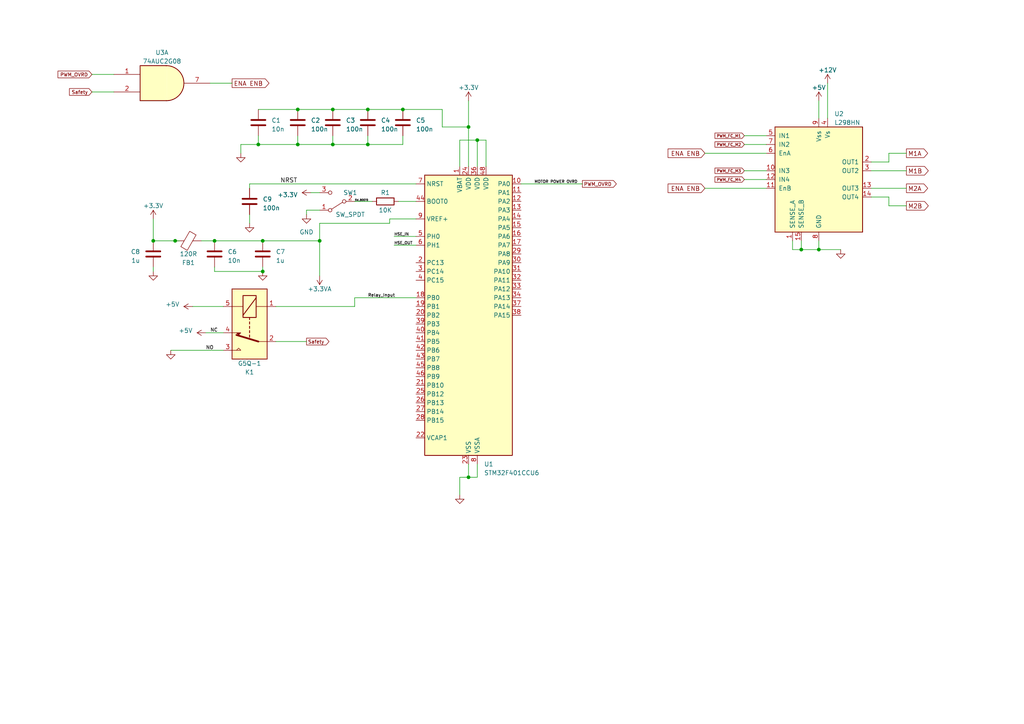
<source format=kicad_sch>
(kicad_sch (version 20230121) (generator eeschema)
  (paper "A4")
  (title_block (title "FailSafe_MC") (date "2023-03-31"))
  (lib_symbols
    (symbol "74xGxx:74AUC2G08"
      (property "Reference" "U" (at -2.54 3.81 0))
      (property "Value" "74AUC2G08" (at 0 -3.81 0))
      (symbol "74AUC2G08_1_1"
        (arc (start 0 -5.08) (mid 5.0579 0) (end 0 5.08) (stroke (width 0.254)) (fill (type background)))
        (polyline (pts (xy 0 -5.08) (xy -7.62 -5.08) (xy -7.62 5.08) (xy 0 5.08)) (stroke (width 0.254)) (fill (type background)))
        (pin input line (at -15.24 2.54 0) (length 7.62) (name "~") (number "1"))
        (pin input line (at -15.24 -2.54 0) (length 7.62) (name "~") (number "2"))
        (pin output line (at 12.7 0 180) (length 7.62) (name "~") (number "7"))
      )
      (symbol "74AUC2G08_2_1"
        (arc (start 0 -5.08) (mid 5.0579 0) (end 0 5.08) (stroke (width 0.254)) (fill (type background)))
        (polyline (pts (xy 0 -5.08) (xy -7.62 -5.08) (xy -7.62 5.08) (xy 0 5.08)) (stroke (width 0.254)) (fill (type background)))
        (pin output line (at 12.7 0 180) (length 7.62) (name "~") (number "3"))
        (pin input line (at -15.24 2.54 0) (length 7.62) (name "~") (number "5"))
        (pin input line (at -15.24 -2.54 0) (length 7.62) (name "~") (number "6"))
      )
      (symbol "74AUC2G08_3_0"
        (rectangle (start -5.08 -5.08) (end 5.08 5.08) (stroke (width 0.254)) (fill (type background)))
      )
      (symbol "74AUC2G08_3_1"
        (pin power_in line (at 0 -10.16 90) (length 5.08) (name "GND") (number "4"))
        (pin power_in line (at 0 10.16 270) (length 5.08) (name "VCC") (number "8"))
      )
    )
    (symbol "Device:C" (pin_numbers hide) (pin_names (offset 0.254))
      (property "Reference" "C" (at 0.635 2.54 0))
      (property "Value" "C" (at 0.635 -2.54 0))
      (symbol "C_0_1"
        (polyline (pts (xy -2.032 -0.762) (xy 2.032 -0.762)) (stroke (width 0.508)))
        (polyline (pts (xy -2.032 0.762) (xy 2.032 0.762)) (stroke (width 0.508)))
      )
      (symbol "C_1_1"
        (pin passive line (at 0 3.81 270) (length 2.794) (name "~") (number "1"))
        (pin passive line (at 0 -3.81 90) (length 2.794) (name "~") (number "2"))
      )
    )
    (symbol "Device:FerriteBead" (pin_numbers hide) (pin_names (offset 0))
      (property "Reference" "FB" (at -3.81 0.635 90))
      (property "Value" "FerriteBead" (at 3.81 0 90))
      (symbol "FerriteBead_0_1"
        (polyline (pts (xy 0 -1.27) (xy 0 -1.2192)))
        (polyline (pts (xy 0 1.27) (xy 0 1.2954)))
        (polyline (pts (xy -2.7686 0.4064) (xy -1.7018 2.2606) (xy 2.7686 -0.3048) (xy 1.6764 -2.159) (xy -2.7686 0.4064)))
      )
      (symbol "FerriteBead_1_1"
        (pin passive line (at 0 3.81 270) (length 2.54) (name "~") (number "1"))
        (pin passive line (at 0 -3.81 90) (length 2.54) (name "~") (number "2"))
      )
    )
    (symbol "Device:R" (pin_numbers hide) (pin_names (offset 0))
      (property "Reference" "R" (at 2.032 0 90))
      (property "Value" "R" (at 0 0 90))
      (symbol "R_0_1"
        (rectangle (start -1.016 -2.54) (end 1.016 2.54) (stroke (width 0.254)))
      )
      (symbol "R_1_1"
        (pin passive line (at 0 3.81 270) (length 1.27) (name "~") (number "1"))
        (pin passive line (at 0 -3.81 90) (length 1.27) (name "~") (number "2"))
      )
    )
    (symbol "Driver_Motor:L298HN" (pin_names (offset 1.016))
      (property "Reference" "U" (at -10.16 16.51 0))
      (property "Value" "L298HN" (at 12.7 16.51 0))
      (symbol "L298HN_0_1"
        (rectangle (start -12.7 15.24) (end 12.7 -15.24) (stroke (width 0.254)) (fill (type background)))
      )
      (symbol "L298HN_1_1"
        (pin power_in line (at -7.62 -17.78 90) (length 2.54) (name "SENSE_A") (number "1"))
        (pin input line (at -15.24 2.54 0) (length 2.54) (name "IN3") (number "10"))
        (pin input line (at -15.24 -2.54 0) (length 2.54) (name "EnB") (number "11"))
        (pin input line (at -15.24 0 0) (length 2.54) (name "IN4") (number "12"))
        (pin output line (at 15.24 -2.54 180) (length 2.54) (name "OUT3") (number "13"))
        (pin output line (at 15.24 -5.08 180) (length 2.54) (name "OUT4") (number "14"))
        (pin power_in line (at -5.08 -17.78 90) (length 2.54) (name "SENSE_B") (number "15"))
        (pin output line (at 15.24 5.08 180) (length 2.54) (name "OUT1") (number "2"))
        (pin output line (at 15.24 2.54 180) (length 2.54) (name "OUT2") (number "3"))
        (pin power_in line (at 2.54 17.78 270) (length 2.54) (name "Vs") (number "4"))
        (pin input line (at -15.24 12.7 0) (length 2.54) (name "IN1") (number "5"))
        (pin input line (at -15.24 7.62 0) (length 2.54) (name "EnA") (number "6"))
        (pin input line (at -15.24 10.16 0) (length 2.54) (name "IN2") (number "7"))
        (pin power_in line (at 0 -17.78 90) (length 2.54) (name "GND") (number "8"))
        (pin power_in line (at 0 17.78 270) (length 2.54) (name "Vss") (number "9"))
      )
    )
    (symbol "MCU_ST_STM32F4:STM32F401CCUx"
      (property "Reference" "U" (at -12.7 41.91 0))
      (property "Value" "STM32F401CCUx" (at 7.62 41.91 0))
      (symbol "STM32F401CCUx_0_1"
        (rectangle (start -12.7 -40.64) (end 12.7 40.64) (stroke (width 0.254)) (fill (type background)))
      )
      (symbol "STM32F401CCUx_1_1"
        (pin power_in line (at -2.54 43.18 270) (length 2.54) (name "VBAT") (number "1"))
        (pin bidirectional line (at 15.24 38.1 180) (length 2.54) (name "PA0") (number "10"))
        (pin bidirectional line (at 15.24 35.56 180) (length 2.54) (name "PA1") (number "11"))
        (pin bidirectional line (at 15.24 33.02 180) (length 2.54) (name "PA2") (number "12"))
        (pin bidirectional line (at 15.24 30.48 180) (length 2.54) (name "PA3") (number "13"))
        (pin bidirectional line (at 15.24 27.94 180) (length 2.54) (name "PA4") (number "14"))
        (pin bidirectional line (at 15.24 25.4 180) (length 2.54) (name "PA5") (number "15"))
        (pin bidirectional line (at 15.24 22.86 180) (length 2.54) (name "PA6") (number "16"))
        (pin bidirectional line (at 15.24 20.32 180) (length 2.54) (name "PA7") (number "17"))
        (pin bidirectional line (at -15.24 5.08 0) (length 2.54) (name "PB0") (number "18"))
        (pin bidirectional line (at -15.24 2.54 0) (length 2.54) (name "PB1") (number "19"))
        (pin bidirectional line (at -15.24 15.24 0) (length 2.54) (name "PC13") (number "2"))
        (pin bidirectional line (at -15.24 0 0) (length 2.54) (name "PB2") (number "20"))
        (pin bidirectional line (at -15.24 -20.32 0) (length 2.54) (name "PB10") (number "21"))
        (pin power_out line (at -15.24 -35.56 0) (length 2.54) (name "VCAP1") (number "22"))
        (pin power_in line (at 0 -43.18 90) (length 2.54) (name "VSS") (number "23"))
        (pin power_in line (at 0 43.18 270) (length 2.54) (name "VDD") (number "24"))
        (pin bidirectional line (at -15.24 -22.86 0) (length 2.54) (name "PB12") (number "25"))
        (pin bidirectional line (at -15.24 -25.4 0) (length 2.54) (name "PB13") (number "26"))
        (pin bidirectional line (at -15.24 -27.94 0) (length 2.54) (name "PB14") (number "27"))
        (pin bidirectional line (at -15.24 -30.48 0) (length 2.54) (name "PB15") (number "28"))
        (pin bidirectional line (at 15.24 17.78 180) (length 2.54) (name "PA8") (number "29"))
        (pin bidirectional line (at -15.24 12.7 0) (length 2.54) (name "PC14") (number "3"))
        (pin bidirectional line (at 15.24 15.24 180) (length 2.54) (name "PA9") (number "30"))
        (pin bidirectional line (at 15.24 12.7 180) (length 2.54) (name "PA10") (number "31"))
        (pin bidirectional line (at 15.24 10.16 180) (length 2.54) (name "PA11") (number "32"))
        (pin bidirectional line (at 15.24 7.62 180) (length 2.54) (name "PA12") (number "33"))
        (pin bidirectional line (at 15.24 5.08 180) (length 2.54) (name "PA13") (number "34"))
        (pin passive line (at 0 -43.18 90) (length 2.54) hide (name "VSS") (number "35"))
        (pin power_in line (at 2.54 43.18 270) (length 2.54) (name "VDD") (number "36"))
        (pin bidirectional line (at 15.24 2.54 180) (length 2.54) (name "PA14") (number "37"))
        (pin bidirectional line (at 15.24 0 180) (length 2.54) (name "PA15") (number "38"))
        (pin bidirectional line (at -15.24 -2.54 0) (length 2.54) (name "PB3") (number "39"))
        (pin bidirectional line (at -15.24 10.16 0) (length 2.54) (name "PC15") (number "4"))
        (pin bidirectional line (at -15.24 -5.08 0) (length 2.54) (name "PB4") (number "40"))
        (pin bidirectional line (at -15.24 -7.62 0) (length 2.54) (name "PB5") (number "41"))
        (pin bidirectional line (at -15.24 -10.16 0) (length 2.54) (name "PB6") (number "42"))
        (pin bidirectional line (at -15.24 -12.7 0) (length 2.54) (name "PB7") (number "43"))
        (pin input line (at -15.24 33.02 0) (length 2.54) (name "BOOT0") (number "44"))
        (pin bidirectional line (at -15.24 -15.24 0) (length 2.54) (name "PB8") (number "45"))
        (pin bidirectional line (at -15.24 -17.78 0) (length 2.54) (name "PB9") (number "46"))
        (pin passive line (at 0 -43.18 90) (length 2.54) hide (name "VSS") (number "47"))
        (pin power_in line (at 5.08 43.18 270) (length 2.54) (name "VDD") (number "48"))
        (pin passive line (at 0 -43.18 90) (length 2.54) hide (name "VSS") (number "49"))
        (pin bidirectional line (at -15.24 22.86 0) (length 2.54) (name "PH0") (number "5"))
        (pin bidirectional line (at -15.24 20.32 0) (length 2.54) (name "PH1") (number "6"))
        (pin input line (at -15.24 38.1 0) (length 2.54) (name "NRST") (number "7"))
        (pin power_in line (at 2.54 -43.18 90) (length 2.54) (name "VSSA") (number "8"))
        (pin input line (at -15.24 27.94 0) (length 2.54) (name "VREF+") (number "9"))
      )
    )
    (symbol "Relay:G5Q-1"
      (property "Reference" "K" (at 11.43 3.81 0))
      (property "Value" "G5Q-1" (at 11.43 1.27 0))
      (symbol "G5Q-1_0_0"
        (polyline (pts (xy 7.62 5.08) (xy 7.62 2.54) (xy 6.985 3.175) (xy 7.62 3.81)))
      )
      (symbol "G5Q-1_0_1"
        (rectangle (start -10.16 5.08) (end 10.16 -5.08) (stroke (width 0.254)) (fill (type background)))
        (rectangle (start -8.255 1.905) (end -1.905 -1.905) (stroke (width 0.254)))
        (polyline (pts (xy -7.62 -1.905) (xy -2.54 1.905)) (stroke (width 0.254)))
        (polyline (pts (xy -5.08 -5.08) (xy -5.08 -1.905)))
        (polyline (pts (xy -5.08 5.08) (xy -5.08 1.905)))
        (polyline (pts (xy -1.905 0) (xy -1.27 0)) (stroke (width 0.254)))
        (polyline (pts (xy -0.635 0) (xy 0 0)) (stroke (width 0.254)))
        (polyline (pts (xy 0.635 0) (xy 1.27 0)) (stroke (width 0.254)))
        (polyline (pts (xy 1.905 0) (xy 2.54 0)) (stroke (width 0.254)))
        (polyline (pts (xy 3.175 0) (xy 3.81 0)) (stroke (width 0.254)))
        (polyline (pts (xy 5.08 -2.54) (xy 3.175 3.81)) (stroke (width 0.508)))
        (polyline (pts (xy 5.08 -2.54) (xy 5.08 -5.08)))
        (polyline (pts (xy 2.54 5.08) (xy 2.54 2.54) (xy 3.175 3.175) (xy 2.54 3.81)) (fill (type outline)))
      )
      (symbol "G5Q-1_1_1"
        (pin passive line (at -5.08 -7.62 90) (length 2.54) (name "~") (number "1"))
        (pin passive line (at 5.08 -7.62 90) (length 2.54) (name "~") (number "2"))
        (pin passive line (at 7.62 7.62 270) (length 2.54) (name "~") (number "3"))
        (pin passive line (at 2.54 7.62 270) (length 2.54) (name "~") (number "4"))
        (pin passive line (at -5.08 7.62 270) (length 2.54) (name "~") (number "5"))
      )
    )
    (symbol "Switch:SW_SPDT" (pin_names (offset 0) hide)
      (property "Reference" "SW" (at 0 4.318 0))
      (property "Value" "SW_SPDT" (at 0 -5.08 0))
      (symbol "SW_SPDT_0_0"
        (circle (center -2.032 0) (radius 0.508))
        (circle (center 2.032 -2.54) (radius 0.508))
      )
      (symbol "SW_SPDT_0_1"
        (polyline (pts (xy -1.524 0.254) (xy 1.651 2.286)))
        (circle (center 2.032 2.54) (radius 0.508))
      )
      (symbol "SW_SPDT_1_1"
        (pin passive line (at 5.08 2.54 180) (length 2.54) (name "A") (number "1"))
        (pin passive line (at -5.08 0 0) (length 2.54) (name "B") (number "2"))
        (pin passive line (at 5.08 -2.54 180) (length 2.54) (name "C") (number "3"))
      )
    )
    (symbol "power:+12V" (power) (pin_names (offset 0))
      (property "Value" "+12V" (at 0 3.556 0))
      (symbol "+12V_0_1"
        (polyline (pts (xy -0.762 1.27) (xy 0 2.54)))
        (polyline (pts (xy 0 0) (xy 0 2.54)))
        (polyline (pts (xy 0 2.54) (xy 0.762 1.27)))
      )
      (symbol "+12V_1_1"
        (pin power_in line (at 0 0 90) (length 0) hide (name "+12V") (number "1"))
      )
    )
    (symbol "power:+3.3V" (power) (pin_names (offset 0))
      (property "Value" "+3.3V" (at 0 3.556 0))
      (symbol "+3.3V_0_1"
        (polyline (pts (xy -0.762 1.27) (xy 0 2.54)))
        (polyline (pts (xy 0 0) (xy 0 2.54)))
        (polyline (pts (xy 0 2.54) (xy 0.762 1.27)))
      )
      (symbol "+3.3V_1_1"
        (pin power_in line (at 0 0 90) (length 0) hide (name "+3.3V") (number "1"))
      )
    )
    (symbol "power:+3.3VA" (power) (pin_names (offset 0))
      (property "Value" "+3.3VA" (at 0 3.556 0))
      (symbol "+3.3VA_0_1"
        (polyline (pts (xy -0.762 1.27) (xy 0 2.54)))
        (polyline (pts (xy 0 0) (xy 0 2.54)))
        (polyline (pts (xy 0 2.54) (xy 0.762 1.27)))
      )
      (symbol "+3.3VA_1_1"
        (pin power_in line (at 0 0 90) (length 0) hide (name "+3.3VA") (number "1"))
      )
    )
    (symbol "power:+5V" (power) (pin_names (offset 0))
      (property "Value" "+5V" (at 0 3.556 0))
      (symbol "+5V_0_1"
        (polyline (pts (xy -0.762 1.27) (xy 0 2.54)))
        (polyline (pts (xy 0 0) (xy 0 2.54)))
        (polyline (pts (xy 0 2.54) (xy 0.762 1.27)))
      )
      (symbol "+5V_1_1"
        (pin power_in line (at 0 0 90) (length 0) hide (name "+5V") (number "1"))
      )
    )
    (symbol "power:GND" (power) (pin_names (offset 0))
      (property "Value" "GND" (at 0 -3.81 0))
      (symbol "GND_0_1"
        (polyline (pts (xy 0 0) (xy 0 -1.27) (xy 1.27 -1.27) (xy 0 -2.54) (xy -1.27 -1.27) (xy 0 -1.27)))
      )
      (symbol "GND_1_1"
        (pin power_in line (at 0 0 270) (length 0) hide (name "GND") (number "1"))
      )
    )
  )
  (junction (at 74.93 41.91))
  (junction (at 106.68 31.75))
  (junction (at 96.52 31.75))
  (junction (at 86.36 41.91))
  (junction (at 106.68 41.91))
  (junction (at 237.49 72.39))
  (junction (at 76.2 78.74))
  (junction (at 50.8 69.85))
  (junction (at 116.84 31.75))
  (junction (at 232.41 72.39))
  (junction (at 76.2 69.85))
  (junction (at 138.43 40.64))
  (junction (at 44.45 69.85))
  (junction (at 62.23 69.85))
  (junction (at 86.36 31.75))
  (junction (at 135.89 36.83))
  (junction (at 92.71 69.85))
  (junction (at 135.89 138.43))
  (junction (at 96.52 41.91))
  (wire (pts (xy 50.8 69.85) (xy 44.45 69.85)))
  (wire (pts (xy 69.85 41.91) (xy 69.85 44.45)))
  (wire (pts (xy 92.71 60.96) (xy 88.9 60.96)))
  (wire (pts (xy 86.36 31.75) (xy 96.52 31.75)))
  (wire (pts (xy 26.67 21.59) (xy 33.02 21.59)))
  (wire (pts (xy 252.73 57.15) (xy 257.81 57.15)))
  (wire (pts (xy 26.67 26.67) (xy 33.02 26.67)))
  (wire (pts (xy 135.89 29.21) (xy 135.89 36.83)))
  (wire (pts (xy 232.41 72.39) (xy 237.49 72.39)))
  (wire (pts (xy 106.68 41.91) (xy 116.84 41.91)))
  (wire (pts (xy 59.69 96.52) (xy 64.77 96.52)))
  (wire (pts (xy 86.36 39.37) (xy 86.36 41.91)))
  (wire (pts (xy 80.01 99.06) (xy 88.9 99.06)))
  (wire (pts (xy 133.35 40.64) (xy 133.35 48.26)))
  (wire (pts (xy 135.89 134.62) (xy 135.89 138.43)))
  (wire (pts (xy 215.9 41.91) (xy 222.25 41.91)))
  (wire (pts (xy 128.27 36.83) (xy 135.89 36.83)))
  (wire (pts (xy 215.9 52.07) (xy 222.25 52.07)))
  (wire (pts (xy 72.39 53.34) (xy 120.65 53.34)))
  (wire (pts (xy 49.53 101.6) (xy 64.77 101.6)))
  (wire (pts (xy 252.73 46.99) (xy 257.81 46.99)))
  (wire (pts (xy 114.3 71.12) (xy 120.65 71.12)))
  (wire (pts (xy 240.03 24.13) (xy 240.03 34.29)))
  (wire (pts (xy 96.52 39.37) (xy 96.52 41.91)))
  (wire (pts (xy 128.27 31.75) (xy 128.27 36.83)))
  (wire (pts (xy 52.07 69.85) (xy 50.8 69.85)))
  (wire (pts (xy 62.23 78.74) (xy 76.2 78.74)))
  (wire (pts (xy 151.13 53.34) (xy 168.91 53.34)))
  (wire (pts (xy 215.9 39.37) (xy 222.25 39.37)))
  (wire (pts (xy 44.45 63.5) (xy 44.45 69.85)))
  (wire (pts (xy 74.93 41.91) (xy 86.36 41.91)))
  (wire (pts (xy 133.35 143.51) (xy 133.35 138.43)))
  (wire (pts (xy 88.9 60.96) (xy 88.9 62.23)))
  (wire (pts (xy 113.03 63.5) (xy 120.65 63.5)))
  (wire (pts (xy 106.68 31.75) (xy 116.84 31.75)))
  (wire (pts (xy 257.81 57.15) (xy 257.81 59.69)))
  (wire (pts (xy 133.35 138.43) (xy 135.89 138.43)))
  (wire (pts (xy 135.89 138.43) (xy 138.43 138.43)))
  (wire (pts (xy 55.88 88.9) (xy 64.77 88.9)))
  (wire (pts (xy 116.84 31.75) (xy 128.27 31.75)))
  (wire (pts (xy 138.43 134.62) (xy 138.43 138.43)))
  (wire (pts (xy 96.52 31.75) (xy 106.68 31.75)))
  (wire (pts (xy 96.52 41.91) (xy 106.68 41.91)))
  (wire (pts (xy 232.41 69.85) (xy 232.41 72.39)))
  (wire (pts (xy 115.57 58.42) (xy 120.65 58.42)))
  (wire (pts (xy 76.2 78.74) (xy 76.2 77.47)))
  (wire (pts (xy 72.39 64.77) (xy 72.39 62.23)))
  (wire (pts (xy 229.87 72.39) (xy 232.41 72.39)))
  (wire (pts (xy 58.42 69.85) (xy 62.23 69.85)))
  (wire (pts (xy 257.81 44.45) (xy 262.89 44.45)))
  (wire (pts (xy 69.85 41.91) (xy 74.93 41.91)))
  (wire (pts (xy 257.81 46.99) (xy 257.81 44.45)))
  (wire (pts (xy 80.01 88.9) (xy 102.87 88.9)))
  (wire (pts (xy 106.68 39.37) (xy 106.68 41.91)))
  (wire (pts (xy 215.9 49.53) (xy 222.25 49.53)))
  (wire (pts (xy 116.84 41.91) (xy 116.84 39.37)))
  (wire (pts (xy 74.93 39.37) (xy 74.93 41.91)))
  (wire (pts (xy 140.97 40.64) (xy 140.97 48.26)))
  (wire (pts (xy 102.87 58.42) (xy 107.95 58.42)))
  (wire (pts (xy 133.35 40.64) (xy 138.43 40.64)))
  (wire (pts (xy 113.03 64.77) (xy 113.03 63.5)))
  (wire (pts (xy 74.93 31.75) (xy 86.36 31.75)))
  (wire (pts (xy 92.71 64.77) (xy 113.03 64.77)))
  (wire (pts (xy 92.71 64.77) (xy 92.71 69.85)))
  (wire (pts (xy 72.39 54.61) (xy 72.39 53.34)))
  (wire (pts (xy 204.47 44.45) (xy 222.25 44.45)))
  (wire (pts (xy 229.87 69.85) (xy 229.87 72.39)))
  (wire (pts (xy 252.73 49.53) (xy 262.89 49.53)))
  (wire (pts (xy 62.23 69.85) (xy 76.2 69.85)))
  (wire (pts (xy 90.17 55.88) (xy 92.71 55.88)))
  (wire (pts (xy 62.23 78.74) (xy 62.23 77.47)))
  (wire (pts (xy 44.45 78.74) (xy 44.45 77.47)))
  (wire (pts (xy 252.73 54.61) (xy 262.89 54.61)))
  (wire (pts (xy 135.89 36.83) (xy 135.89 48.26)))
  (wire (pts (xy 60.96 24.13) (xy 67.31 24.13)))
  (wire (pts (xy 138.43 40.64) (xy 138.43 48.26)))
  (wire (pts (xy 257.81 59.69) (xy 262.89 59.69)))
  (wire (pts (xy 114.3 68.58) (xy 120.65 68.58)))
  (wire (pts (xy 102.87 86.36) (xy 120.65 86.36)))
  (wire (pts (xy 76.2 69.85) (xy 92.71 69.85)))
  (wire (pts (xy 237.49 72.39) (xy 243.84 72.39)))
  (wire (pts (xy 237.49 69.85) (xy 237.49 72.39)))
  (wire (pts (xy 102.87 88.9) (xy 102.87 86.36)))
  (wire (pts (xy 138.43 40.64) (xy 140.97 40.64)))
  (wire (pts (xy 237.49 29.21) (xy 237.49 34.29)))
  (wire (pts (xy 86.36 41.91) (xy 96.52 41.91)))
  (wire (pts (xy 204.47 54.61) (xy 222.25 54.61)))
  (wire (pts (xy 92.71 69.85) (xy 92.71 80.01)))
  (label "NO" (at 59.69 101.6 0) (effects (font (size 1 1))))
  (label "MOTOR POWER OVRD" (at 154.94 53.34 0) (effects (font (size 0.8 0.8))))
  (label "HSE_IN" (at 114.3 68.58 0) (effects (font (size 0.8 0.8))))
  (label "HSE_OUT" (at 114.3 71.12 0) (effects (font (size 0.8 0.8))))
  (label "NC" (at 60.96 96.52 0) (effects (font (size 1 1))))
  (label "NRST" (at 81.28 53.34 0))
  (label "Relay_Input" (at 106.68 86.36 0) (effects (font (size 0.9 0.9))))
  (label "SW_BOOT0" (at 102.87 58.42 0) (effects (font (size 0.5 0.5))))
  (global_label "PWM_OVRD" (shape input) (at 26.67 21.59 180) (effects (font (size 1 1))) (property "Intersheetrefs" "${INTERSHEET_REFS}" (effects hide)))
  (global_label "M2B" (shape output) (at 262.89 59.69 0) (property "Intersheetrefs" "${INTERSHEET_REFS}" (effects hide)))
  (global_label "Safety" (shape input) (at 26.67 26.67 180) (effects (font (size 1 1))) (property "Intersheetrefs" "${INTERSHEET_REFS}" (effects hide)))
  (global_label "PWM_FC_M4" (shape input) (at 215.9 52.07 180) (effects (font (size 0.8 0.8))) (property "Intersheetrefs" "${INTERSHEET_REFS}" (effects hide)))
  (global_label "PWM_FC_M2" (shape input) (at 215.9 41.91 180) (effects (font (size 0.8 0.8))) (property "Intersheetrefs" "${INTERSHEET_REFS}" (effects hide)))
  (global_label "ENA ENB" (shape input) (at 204.47 54.61 180) (property "Intersheetrefs" "${INTERSHEET_REFS}" (effects hide)))
  (global_label "PWM_OVRD" (shape output) (at 168.91 53.34 0) (effects (font (size 1 1))) (property "Intersheetrefs" "${INTERSHEET_REFS}" (effects hide)))
  (global_label "M1A" (shape output) (at 262.89 44.45 0) (property "Intersheetrefs" "${INTERSHEET_REFS}" (effects hide)))
  (global_label "M2A" (shape output) (at 262.89 54.61 0) (property "Intersheetrefs" "${INTERSHEET_REFS}" (effects hide)))
  (global_label "PWM_FC_M1" (shape input) (at 215.9 39.37 180) (effects (font (size 0.8 0.8))) (property "Intersheetrefs" "${INTERSHEET_REFS}" (effects hide)))
  (global_label "ENA ENB" (shape input) (at 204.47 44.45 180) (property "Intersheetrefs" "${INTERSHEET_REFS}" (effects hide)))
  (global_label "M1B" (shape output) (at 262.89 49.53 0) (property "Intersheetrefs" "${INTERSHEET_REFS}" (effects hide)))
  (global_label "Safety" (shape output) (at 88.9 99.06 0) (effects (font (size 1 1))) (property "Intersheetrefs" "${INTERSHEET_REFS}" (effects hide)))
  (global_label "ENA ENB" (shape output) (at 67.31 24.13 0) (property "Intersheetrefs" "${INTERSHEET_REFS}" (effects hide)))
  (global_label "PWM_FC_M3" (shape input) (at 215.9 49.53 180) (effects (font (size 0.8 0.8))) (property "Intersheetrefs" "${INTERSHEET_REFS}" (effects hide)))
  (symbol (lib_id "power:GND") (at 49.53 101.6 0) (unit 1)
    (property "Reference" "#PWR013" (effects hide))
    (property "Value" "GND" (effects hide))
  )
  (symbol (lib_id "Device:C") (at 116.84 35.56 0) (unit 1)
    (property "Reference" "C5" (at 120.65 34.925 0) (effects (justify left)))
    (property "Value" "100n" (at 120.65 37.465 0) (effects (justify left)))
  )
  (symbol (lib_id "MCU_ST_STM32F4:STM32F401CCUx") (at 135.89 91.44 0) (unit 1)
    (property "Reference" "U1" (at 140.3859 134.62 0) (effects (justify left)))
    (property "Value" "STM32F401CCU6" (at 140.3859 137.16 0) (effects (justify left)))
    (property "Footprint" "Package_DFN_QFN:QFN-48-1EP_7x7mm_P0.5mm_EP5.6x5.6mm" (effects hide))
    (property "Datasheet" "https://www.st.com/resource/en/datasheet/stm32f401cc.pdf" (effects hide))
  )
  (symbol (lib_id "power:GND") (at 243.84 72.39 0) (unit 1)
    (property "Reference" "#PWR014" (effects hide))
    (property "Value" "GND" (effects hide))
  )
  (symbol (lib_id "Device:C") (at 72.39 58.42 0) (unit 1)
    (property "Reference" "C9" (at 76.2 57.785 0) (effects (justify left)))
    (property "Value" "100n" (at 76.2 60.325 0) (effects (justify left)))
  )
  (symbol (lib_id "Device:FerriteBead") (at 54.61 69.85 270) (unit 1)
    (property "Reference" "FB1" (at 54.6608 76.2 90))
    (property "Value" "120R" (at 54.6608 73.66 90))
  )
  (symbol (lib_id "power:+5V") (at 59.69 96.52 90) (mirror x) (unit 1)
    (property "Reference" "#PWR011" (effects hide))
    (property "Value" "+5V" (at 55.88 95.885 90) (effects (justify left)))
  )
  (symbol (lib_id "power:GND") (at 88.9 62.23 0) (unit 1)
    (property "Reference" "#PWR09" (effects hide))
    (property "Value" "GND" (at 88.9 67.31 0))
  )
  (symbol (lib_id "Device:C") (at 62.23 73.66 0) (unit 1)
    (property "Reference" "C6" (at 66.04 73.025 0) (effects (justify left)))
    (property "Value" "10n" (at 66.04 75.565 0) (effects (justify left)))
  )
  (symbol (lib_id "power:GND") (at 133.35 143.51 0) (unit 1)
    (property "Reference" "#PWR01" (effects hide))
    (property "Value" "GND" (effects hide))
  )
  (symbol (lib_id "power:+12V") (at 240.03 24.13 0) (unit 1)
    (property "Reference" "#PWR016" (effects hide))
    (property "Value" "+12V" (at 240.03 20.32 0))
  )
  (symbol (lib_id "power:GND") (at 69.85 44.45 0) (unit 1)
    (property "Reference" "#PWR02" (effects hide))
    (property "Value" "GND" (effects hide))
  )
  (symbol (lib_id "Device:C") (at 44.45 73.66 0) (mirror y) (unit 1)
    (property "Reference" "C8" (at 40.64 73.025 0) (effects (justify left)))
    (property "Value" "1u" (at 40.64 75.565 0) (effects (justify left)))
  )
  (symbol (lib_id "Device:R") (at 111.76 58.42 90) (unit 1)
    (property "Reference" "R1" (at 111.76 55.88 90))
    (property "Value" "10K" (at 111.76 60.96 90))
  )
  (symbol (lib_id "power:GND") (at 76.2 78.74 0) (unit 1)
    (property "Reference" "#PWR05" (effects hide))
    (property "Value" "GND" (effects hide))
  )
  (symbol (lib_id "74xGxx:74AUC2G08") (at 48.26 24.13 0) (unit 1)
    (property "Reference" "U3" (at 46.9789 15.24 0))
    (property "Value" "74AUC2G08" (at 46.9789 17.78 0))
    (property "Datasheet" "http://www.ti.com/lit/sg/scyt129e/scyt129e.pdf" (effects hide))
  )
  (symbol (lib_id "power:+5V") (at 237.49 29.21 0) (unit 1)
    (property "Reference" "#PWR015" (effects hide))
    (property "Value" "+5V" (at 237.49 25.4 0))
  )
  (symbol (lib_id "Relay:G5Q-1") (at 72.39 93.98 90) (mirror x) (unit 1)
    (property "Reference" "K1" (at 72.39 107.95 90))
    (property "Value" "G5Q-1" (at 72.39 105.41 90))
    (property "Footprint" "Relay_THT:Relay_SPDT_Omron-G5Q-1" (effects hide))
    (property "Datasheet" "https://www.omron.com/ecb/products/pdf/en-g5q.pdf" (effects hide))
  )
  (symbol (lib_id "power:GND") (at 44.45 78.74 0) (mirror y) (unit 1)
    (property "Reference" "#PWR07" (effects hide))
    (property "Value" "GND" (effects hide))
  )
  (symbol (lib_id "power:+3.3VA") (at 92.71 80.01 180) (unit 1)
    (property "Reference" "#PWR04" (effects hide))
    (property "Value" "+3.3VA" (at 92.71 83.82 0))
  )
  (symbol (lib_id "Device:C") (at 74.93 35.56 0) (unit 1)
    (property "Reference" "C1" (at 78.74 34.925 0) (effects (justify left)))
    (property "Value" "10n" (at 78.74 37.465 0) (effects (justify left)))
  )
  (symbol (lib_id "power:+5V") (at 55.88 88.9 90) (mirror x) (unit 1)
    (property "Reference" "#PWR012" (effects hide))
    (property "Value" "+5V" (at 52.07 88.265 90) (effects (justify left)))
  )
  (symbol (lib_id "Device:C") (at 76.2 73.66 0) (unit 1)
    (property "Reference" "C7" (at 80.01 73.025 0) (effects (justify left)))
    (property "Value" "1u" (at 80.01 75.565 0) (effects (justify left)))
  )
  (symbol (lib_id "Driver_Motor:L298HN") (at 237.49 52.07 0) (unit 1)
    (property "Reference" "U2" (at 241.9859 33.02 0) (effects (justify left)))
    (property "Value" "L298HN" (at 241.9859 35.56 0) (effects (justify left)))
    (property "Footprint" "Package_TO_SOT_THT:TO-220-15_P2.54x2.54mm_StaggerOdd_Lead5.84mm_TabDown" (effects hide))
    (property "Datasheet" "http://www.st.com/st-web-ui/static/active/en/resource/technical/document/datasheet/CD00000240.pdf" (effects hide))
  )
  (symbol (lib_id "power:GND") (at 72.39 64.77 0) (unit 1)
    (property "Reference" "#PWR08" (effects hide))
    (property "Value" "GND" (effects hide))
  )
  (symbol (lib_id "Switch:SW_SPDT") (at 97.79 58.42 180) (unit 1)
    (property "Reference" "SW1" (at 101.6 55.88 0))
    (property "Value" "SW_SPDT" (at 101.6 62.23 0))
  )
  (symbol (lib_id "Device:C") (at 86.36 35.56 0) (unit 1)
    (property "Reference" "C2" (at 90.17 34.925 0) (effects (justify left)))
    (property "Value" "100n" (at 90.17 37.465 0) (effects (justify left)))
  )
  (symbol (lib_id "power:+3.3V") (at 90.17 55.88 90) (unit 1)
    (property "Reference" "#PWR010" (effects hide))
    (property "Value" "+3.3V" (at 86.36 56.515 90) (effects (justify left)))
  )
  (symbol (lib_id "power:+3.3V") (at 135.89 29.21 0) (unit 1)
    (property "Reference" "#PWR03" (effects hide))
    (property "Value" "+3.3V" (at 135.89 25.4 0))
  )
  (symbol (lib_id "Device:C") (at 96.52 35.56 0) (unit 1)
    (property "Reference" "C3" (at 100.33 34.925 0) (effects (justify left)))
    (property "Value" "100n" (at 100.33 37.465 0) (effects (justify left)))
  )
  (symbol (lib_id "Device:C") (at 106.68 35.56 0) (unit 1)
    (property "Reference" "C4" (at 110.49 34.925 0) (effects (justify left)))
    (property "Value" "100n" (at 110.49 37.465 0) (effects (justify left)))
  )
  (symbol (lib_id "power:+3.3V") (at 44.45 63.5 0) (mirror y) (unit 1)
    (property "Reference" "#PWR06" (effects hide))
    (property "Value" "+3.3V" (at 44.45 59.69 0))
  )
)
</source>
